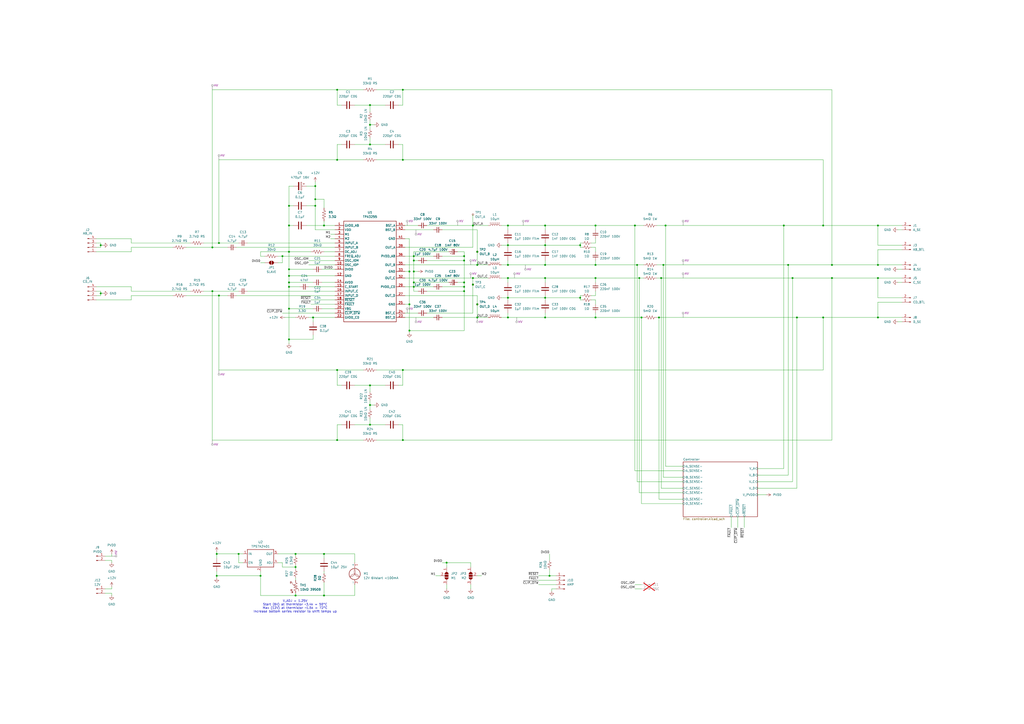
<source format=kicad_sch>
(kicad_sch (version 20231120) (generator "eeschema") (generator_version "8.0")
  (paper "A2")
  (junction (at 274.32 165.1))
  (junction (at 167.64 163.83))
  (junction (at 276.86 176.53))
  (junction (at 482.6 161.29))
  (junction (at 477.52 184.15))
  (junction (at 345.44 161.29))
  (junction (at 195.58 214.63))
  (junction (at 237.49 191.77))
  (junction (at 195.58 52.07))
  (junction (at 294.64 172.72))
  (junction (at 482.6 153.67))
  (junction (at 167.64 179.07))
  (junction (at 167.64 156.21))
  (junction (at 384.81 153.67))
  (junction (at 240.03 166.37))
  (junction (at 294.64 130.81))
  (junction (at 138.43 321.31))
  (junction (at 240.03 163.83))
  (junction (at 369.57 153.67))
  (junction (at 171.45 321.31))
  (junction (at 274.32 161.29))
  (junction (at 167.64 160.02))
  (junction (at 382.27 184.15))
  (junction (at 276.86 146.05))
  (junction (at 182.88 115.57))
  (junction (at 171.45 345.44))
  (junction (at 276.86 184.15))
  (junction (at 58.42 170.18))
  (junction (at 370.84 161.29))
  (junction (at 276.86 153.67))
  (junction (at 316.23 172.72))
  (junction (at 269.24 148.59))
  (junction (at 125.73 334.01))
  (junction (at 167.64 130.81))
  (junction (at 240.03 148.59))
  (junction (at 316.23 130.81))
  (junction (at 123.19 143.51))
  (junction (at 457.2 153.67))
  (junction (at 123.19 168.91))
  (junction (at 182.88 107.95))
  (junction (at 237.49 176.53))
  (junction (at 259.08 326.39))
  (junction (at 269.24 151.13))
  (junction (at 316.23 184.15))
  (junction (at 187.96 345.44))
  (junction (at 477.52 130.81))
  (junction (at 195.58 255.27))
  (junction (at 383.54 161.29))
  (junction (at 195.58 92.71))
  (junction (at 274.32 130.81))
  (junction (at 294.64 142.24))
  (junction (at 167.64 119.38))
  (junction (at 233.68 52.07))
  (junction (at 214.63 223.52))
  (junction (at 316.23 153.67))
  (junction (at 372.11 184.15))
  (junction (at 214.63 72.39))
  (junction (at 316.23 161.29))
  (junction (at 187.96 130.81))
  (junction (at 269.24 168.91))
  (junction (at 181.61 184.15))
  (junction (at 294.64 161.29))
  (junction (at 345.44 184.15))
  (junction (at 318.77 334.01))
  (junction (at 151.13 334.01))
  (junction (at 214.63 246.38))
  (junction (at 167.64 166.37))
  (junction (at 509.27 130.81))
  (junction (at 167.64 146.05))
  (junction (at 171.45 328.93))
  (junction (at 509.27 153.67))
  (junction (at 509.27 161.29))
  (junction (at 294.64 153.67))
  (junction (at 58.42 142.24))
  (junction (at 294.64 184.15))
  (junction (at 214.63 234.95))
  (junction (at 316.23 142.24))
  (junction (at 345.44 130.81))
  (junction (at 269.24 163.83))
  (junction (at 240.03 151.13))
  (junction (at 127 171.45))
  (junction (at 167.64 196.85))
  (junction (at 509.27 184.15))
  (junction (at 345.44 153.67))
  (junction (at 233.68 92.71))
  (junction (at 269.24 166.37))
  (junction (at 214.63 60.96))
  (junction (at 237.49 157.48))
  (junction (at 459.74 161.29))
  (junction (at 240.03 157.48))
  (junction (at 336.55 142.24))
  (junction (at 368.3 130.81))
  (junction (at 182.88 119.38))
  (junction (at 233.68 214.63))
  (junction (at 163.83 148.59))
  (junction (at 233.68 255.27))
  (junction (at 127 140.97))
  (junction (at 125.73 321.31))
  (junction (at 336.55 172.72))
  (junction (at 454.66 130.81))
  (junction (at 386.08 130.81))
  (junction (at 187.96 321.31))
  (junction (at 462.28 184.15))
  (junction (at 214.63 83.82))
  (wire (pts (xy 509.27 175.26) (xy 509.27 184.15)))
  (wire (pts (xy 55.88 138.43) (xy 76.2 138.43)))
  (wire (pts (xy 76.2 146.05) (xy 76.2 143.51)))
  (wire (pts (xy 127 140.97) (xy 138.43 140.97)))
  (wire (pts (xy 171.45 327.66) (xy 171.45 328.93)))
  (wire (pts (xy 76.2 171.45) (xy 76.2 173.99)))
  (wire (pts (xy 138.43 321.31) (xy 125.73 321.31)))
  (wire (pts (xy 233.68 214.63) (xy 477.52 214.63)))
  (wire (pts (xy 137.16 143.51) (xy 194.31 143.51)))
  (wire (pts (xy 163.83 152.4) (xy 163.83 148.59)))
  (wire (pts (xy 167.64 179.07) (xy 181.61 179.07)))
  (wire (pts (xy 210.82 214.63) (xy 195.58 214.63)))
  (wire (pts (xy 396.24 283.21) (xy 383.54 283.21)))
  (wire (pts (xy 64.77 341.63) (xy 64.77 340.36)))
  (wire (pts (xy 214.63 242.57) (xy 214.63 246.38)))
  (wire (pts (xy 187.96 146.05) (xy 194.31 146.05)))
  (wire (pts (xy 186.69 156.21) (xy 194.31 156.21)))
  (wire (pts (xy 273.05 339.09) (xy 273.05 341.63)))
  (wire (pts (xy 294.64 153.67) (xy 316.23 153.67)))
  (wire (pts (xy 181.61 184.15) (xy 181.61 186.69)))
  (wire (pts (xy 76.2 140.97) (xy 110.49 140.97)))
  (wire (pts (xy 274.32 161.29) (xy 274.32 165.1)))
  (wire (pts (xy 386.08 130.81) (xy 381 130.81)))
  (wire (pts (xy 294.64 161.29) (xy 316.23 161.29)))
  (wire (pts (xy 457.2 153.67) (xy 482.6 153.67)))
  (wire (pts (xy 274.32 143.51) (xy 274.32 130.81)))
  (wire (pts (xy 316.23 130.81) (xy 345.44 130.81)))
  (wire (pts (xy 179.07 184.15) (xy 181.61 184.15)))
  (wire (pts (xy 64.77 325.12) (xy 64.77 326.39)))
  (wire (pts (xy 439.42 287.02) (xy 444.5 287.02)))
  (wire (pts (xy 337.82 173.99) (xy 336.55 173.99)))
  (wire (pts (xy 345.44 161.29) (xy 370.84 161.29)))
  (wire (pts (xy 396.24 279.4) (xy 369.57 279.4)))
  (wire (pts (xy 523.24 175.26) (xy 509.27 175.26)))
  (wire (pts (xy 195.58 214.63) (xy 127 214.63)))
  (wire (pts (xy 55.88 173.99) (xy 76.2 173.99)))
  (wire (pts (xy 383.54 161.29) (xy 381 161.29)))
  (wire (pts (xy 383.54 283.21) (xy 383.54 161.29)))
  (wire (pts (xy 195.58 214.63) (xy 195.58 223.52)))
  (wire (pts (xy 137.16 171.45) (xy 194.31 171.45)))
  (wire (pts (xy 273.05 326.39) (xy 259.08 326.39)))
  (wire (pts (xy 167.64 119.38) (xy 167.64 130.81)))
  (wire (pts (xy 151.13 345.44) (xy 151.13 334.01)))
  (wire (pts (xy 218.44 214.63) (xy 233.68 214.63)))
  (wire (pts (xy 316.23 130.81) (xy 316.23 133.35)))
  (wire (pts (xy 382.27 184.15) (xy 382.27 289.56)))
  (wire (pts (xy 368.3 341.63) (xy 372.11 341.63)))
  (wire (pts (xy 274.32 181.61) (xy 247.65 181.61)))
  (wire (pts (xy 294.64 130.81) (xy 316.23 130.81)))
  (wire (pts (xy 167.64 166.37) (xy 173.99 166.37)))
  (wire (pts (xy 170.18 107.95) (xy 167.64 107.95)))
  (wire (pts (xy 163.83 181.61) (xy 194.31 181.61)))
  (wire (pts (xy 396.24 276.86) (xy 384.81 276.86)))
  (wire (pts (xy 214.63 69.85) (xy 214.63 72.39)))
  (wire (pts (xy 477.52 92.71) (xy 477.52 130.81)))
  (wire (pts (xy 180.34 173.99) (xy 194.31 173.99)))
  (wire (pts (xy 234.95 176.53) (xy 237.49 176.53)))
  (wire (pts (xy 187.96 345.44) (xy 205.74 345.44)))
  (wire (pts (xy 269.24 168.91) (xy 269.24 191.77)))
  (wire (pts (xy 177.8 107.95) (xy 182.88 107.95)))
  (wire (pts (xy 294.64 142.24) (xy 316.23 142.24)))
  (wire (pts (xy 177.8 130.81) (xy 187.96 130.81)))
  (wire (pts (xy 205.74 246.38) (xy 214.63 246.38)))
  (wire (pts (xy 60.96 325.12) (xy 64.77 325.12)))
  (wire (pts (xy 345.44 181.61) (xy 345.44 184.15)))
  (wire (pts (xy 316.23 161.29) (xy 345.44 161.29)))
  (wire (pts (xy 240.03 148.59) (xy 240.03 151.13)))
  (wire (pts (xy 316.23 181.61) (xy 316.23 184.15)))
  (wire (pts (xy 210.82 52.07) (xy 195.58 52.07)))
  (wire (pts (xy 234.95 161.29) (xy 274.32 161.29)))
  (wire (pts (xy 195.58 246.38) (xy 195.58 255.27)))
  (wire (pts (xy 316.23 142.24) (xy 316.23 143.51)))
  (wire (pts (xy 234.95 153.67) (xy 276.86 153.67)))
  (wire (pts (xy 276.86 176.53) (xy 276.86 184.15)))
  (wire (pts (xy 509.27 161.29) (xy 523.24 161.29)))
  (wire (pts (xy 179.07 151.13) (xy 194.31 151.13)))
  (wire (pts (xy 195.58 60.96) (xy 198.12 60.96)))
  (wire (pts (xy 167.64 160.02) (xy 194.31 160.02)))
  (wire (pts (xy 76.2 168.91) (xy 110.49 168.91)))
  (wire (pts (xy 214.63 60.96) (xy 214.63 64.77)))
  (wire (pts (xy 370.84 161.29) (xy 373.38 161.29)))
  (wire (pts (xy 345.44 153.67) (xy 369.57 153.67)))
  (wire (pts (xy 214.63 246.38) (xy 223.52 246.38)))
  (wire (pts (xy 237.49 138.43) (xy 237.49 157.48)))
  (wire (pts (xy 127 214.63) (xy 127 171.45)))
  (wire (pts (xy 58.42 140.97) (xy 58.42 142.24)))
  (wire (pts (xy 260.35 146.05) (xy 240.03 146.05)))
  (wire (pts (xy 345.44 130.81) (xy 345.44 133.35)))
  (wire (pts (xy 477.52 214.63) (xy 477.52 184.15)))
  (wire (pts (xy 181.61 184.15) (xy 194.31 184.15)))
  (wire (pts (xy 195.58 52.07) (xy 195.58 60.96)))
  (wire (pts (xy 151.13 146.05) (xy 167.64 146.05)))
  (wire (pts (xy 167.64 146.05) (xy 180.34 146.05)))
  (wire (pts (xy 274.32 130.81) (xy 283.21 130.81)))
  (wire (pts (xy 233.68 52.07) (xy 482.6 52.07)))
  (wire (pts (xy 294.64 130.81) (xy 294.64 133.35)))
  (wire (pts (xy 127 92.71) (xy 127 140.97)))
  (wire (pts (xy 205.74 60.96) (xy 214.63 60.96)))
  (wire (pts (xy 161.29 148.59) (xy 163.83 148.59)))
  (wire (pts (xy 384.81 276.86) (xy 384.81 153.67)))
  (wire (pts (xy 240.03 146.05) (xy 240.03 148.59)))
  (wire (pts (xy 186.69 163.83) (xy 194.31 163.83)))
  (wire (pts (xy 345.44 130.81) (xy 368.3 130.81)))
  (wire (pts (xy 336.55 143.51) (xy 336.55 142.24)))
  (wire (pts (xy 233.68 92.71) (xy 218.44 92.71)))
  (wire (pts (xy 372.11 292.1) (xy 372.11 184.15)))
  (wire (pts (xy 259.08 339.09) (xy 259.08 341.63)))
  (wire (pts (xy 439.42 271.78) (xy 454.66 271.78)))
  (wire (pts (xy 368.3 339.09) (xy 372.11 339.09)))
  (wire (pts (xy 240.03 151.13) (xy 240.03 157.48)))
  (wire (pts (xy 294.64 142.24) (xy 294.64 143.51)))
  (wire (pts (xy 214.63 80.01) (xy 214.63 83.82)))
  (wire (pts (xy 237.49 191.77) (xy 237.49 193.04)))
  (wire (pts (xy 294.64 161.29) (xy 294.64 163.83)))
  (wire (pts (xy 294.64 184.15) (xy 290.83 184.15)))
  (wire (pts (xy 180.34 176.53) (xy 194.31 176.53)))
  (wire (pts (xy 214.63 223.52) (xy 223.52 223.52)))
  (wire (pts (xy 509.27 130.81) (xy 523.24 130.81)))
  (wire (pts (xy 214.63 223.52) (xy 214.63 227.33)))
  (wire (pts (xy 55.88 166.37) (xy 76.2 166.37)))
  (wire (pts (xy 123.19 52.07) (xy 123.19 143.51)))
  (wire (pts (xy 64.77 344.17) (xy 64.77 345.44)))
  (wire (pts (xy 247.65 151.13) (xy 269.24 151.13)))
  (wire (pts (xy 143.51 168.91) (xy 194.31 168.91)))
  (wire (pts (xy 368.3 273.05) (xy 368.3 130.81)))
  (wire (pts (xy 55.88 168.91) (xy 58.42 168.91)))
  (wire (pts (xy 182.88 115.57) (xy 182.88 119.38)))
  (wire (pts (xy 520.7 156.21) (xy 523.24 156.21)))
  (wire (pts (xy 205.74 326.39) (xy 205.74 321.31)))
  (wire (pts (xy 247.65 130.81) (xy 274.32 130.81)))
  (wire (pts (xy 290.83 161.29) (xy 294.64 161.29)))
  (wire (pts (xy 312.42 339.09) (xy 322.58 339.09)))
  (wire (pts (xy 345.44 168.91) (xy 345.44 171.45)))
  (wire (pts (xy 523.24 172.72) (xy 509.27 172.72)))
  (wire (pts (xy 107.95 171.45) (xy 127 171.45)))
  (wire (pts (xy 237.49 176.53) (xy 237.49 191.77)))
  (wire (pts (xy 345.44 153.67) (xy 345.44 151.13)))
  (wire (pts (xy 482.6 153.67) (xy 509.27 153.67)))
  (wire (pts (xy 181.61 196.85) (xy 181.61 194.31)))
  (wire (pts (xy 171.45 335.28) (xy 171.45 336.55)))
  (wire (pts (xy 320.04 341.63) (xy 320.04 342.9)))
  (wire (pts (xy 345.44 140.97) (xy 345.44 138.43)))
  (wire (pts (xy 369.57 279.4) (xy 369.57 153.67)))
  (wire (pts (xy 247.65 168.91) (xy 269.24 168.91)))
  (wire (pts (xy 187.96 337.82) (xy 187.96 345.44)))
  (wire (pts (xy 345.44 161.29) (xy 345.44 163.83)))
  (wire (pts (xy 439.42 283.21) (xy 462.28 283.21)))
  (wire (pts (xy 312.42 334.01) (xy 318.77 334.01)))
  (wire (pts (xy 509.27 144.78) (xy 509.27 153.67)))
  (wire (pts (xy 161.29 326.39) (xy 163.83 326.39)))
  (wire (pts (xy 58.42 168.91) (xy 58.42 170.18)))
  (wire (pts (xy 125.73 334.01) (xy 125.73 331.47)))
  (wire (pts (xy 345.44 184.15) (xy 372.11 184.15)))
  (wire (pts (xy 274.32 161.29) (xy 283.21 161.29)))
  (wire (pts (xy 167.64 130.81) (xy 167.64 146.05)))
  (wire (pts (xy 123.19 168.91) (xy 138.43 168.91)))
  (wire (pts (xy 276.86 133.35) (xy 256.54 133.35)))
  (wire (pts (xy 520.7 133.35) (xy 523.24 133.35)))
  (wire (pts (xy 233.68 60.96) (xy 231.14 60.96)))
  (wire (pts (xy 242.57 157.48) (xy 240.03 157.48)))
  (wire (pts (xy 167.64 156.21) (xy 181.61 156.21)))
  (wire (pts (xy 294.64 172.72) (xy 316.23 172.72)))
  (wire (pts (xy 214.63 234.95) (xy 217.17 234.95)))
  (wire (pts (xy 240.03 166.37) (xy 251.46 166.37)))
  (wire (pts (xy 187.96 115.57) (xy 182.88 115.57)))
  (wire (pts (xy 218.44 52.07) (xy 233.68 52.07)))
  (wire (pts (xy 151.13 152.4) (xy 153.67 152.4)))
  (wire (pts (xy 520.7 186.69) (xy 523.24 186.69)))
  (wire (pts (xy 276.86 171.45) (xy 276.86 176.53)))
  (wire (pts (xy 294.64 181.61) (xy 294.64 184.15)))
  (wire (pts (xy 187.96 130.81) (xy 194.31 130.81)))
  (wire (pts (xy 396.24 273.05) (xy 368.3 273.05)))
  (wire (pts (xy 316.23 142.24) (xy 336.55 142.24)))
  (wire (pts (xy 342.9 140.97) (xy 345.44 140.97)))
  (wire (pts (xy 187.96 321.31) (xy 205.74 321.31)))
  (wire (pts (xy 316.23 151.13) (xy 316.23 153.67)))
  (wire (pts (xy 240.03 148.59) (xy 251.46 148.59)))
  (wire (pts (xy 276.86 184.15) (xy 256.54 184.15)))
  (wire (pts (xy 138.43 326.39) (xy 140.97 326.39)))
  (wire (pts (xy 167.64 130.81) (xy 170.18 130.81)))
  (wire (pts (xy 64.77 322.58) (xy 64.77 321.31)))
  (wire (pts (xy 509.27 153.67) (xy 523.24 153.67)))
  (wire (pts (xy 171.45 344.17) (xy 171.45 345.44)))
  (wire (pts (xy 345.44 173.99) (xy 342.9 173.99)))
  (wire (pts (xy 345.44 176.53) (xy 345.44 173.99)))
  (wire (pts (xy 187.96 128.27) (xy 187.96 130.81)))
  (wire (pts (xy 523.24 142.24) (xy 509.27 142.24)))
  (wire (pts (xy 368.3 130.81) (xy 373.38 130.81)))
  (wire (pts (xy 509.27 142.24) (xy 509.27 130.81)))
  (wire (pts (xy 167.64 163.83) (xy 181.61 163.83)))
  (wire (pts (xy 233.68 214.63) (xy 233.68 223.52)))
  (wire (pts (xy 260.35 163.83) (xy 240.03 163.83)))
  (wire (pts (xy 233.68 255.27) (xy 218.44 255.27)))
  (wire (pts (xy 58.42 143.51) (xy 58.42 142.24)))
  (wire (pts (xy 259.08 326.39) (xy 259.08 328.93)))
  (wire (pts (xy 482.6 161.29) (xy 509.27 161.29)))
  (wire (pts (xy 234.95 143.51) (xy 274.32 143.51)))
  (wire (pts (xy 118.11 168.91) (xy 123.19 168.91)))
  (wire (pts (xy 523.24 144.78) (xy 509.27 144.78)))
  (wire (pts (xy 439.42 275.59) (xy 457.2 275.59)))
  (wire (pts (xy 163.83 328.93) (xy 171.45 328.93)))
  (wire (pts (xy 384.81 153.67) (xy 381 153.67)))
  (wire (pts (xy 171.45 345.44) (xy 151.13 345.44)))
  (wire (pts (xy 151.13 148.59) (xy 151.13 146.05)))
  (wire (pts (xy 107.95 143.51) (xy 123.19 143.51)))
  (wire (pts (xy 171.45 328.93) (xy 171.45 330.2)))
  (wire (pts (xy 151.13 331.47) (xy 151.13 334.01)))
  (wire (pts (xy 177.8 119.38) (xy 182.88 119.38)))
  (wire (pts (xy 269.24 166.37) (xy 269.24 168.91)))
  (wire (pts (xy 234.95 166.37) (xy 240.03 166.37)))
  (wire (pts (xy 234.95 130.81) (xy 242.57 130.81)))
  (wire (pts (xy 167.64 196.85) (xy 167.64 199.39)))
  (wire (pts (xy 195.58 83.82) (xy 195.58 92.71)))
  (wire (pts (xy 214.63 60.96) (xy 223.52 60.96)))
  (wire (pts (xy 294.64 172.72) (xy 294.64 173.99)))
  (wire (pts (xy 316.23 161.29) (xy 316.23 163.83)))
  (wire (pts (xy 265.43 146.05) (xy 269.24 146.05)))
  (wire (pts (xy 318.77 321.31) (xy 318.77 325.12)))
  (wire (pts (xy 318.77 334.01) (xy 322.58 334.01)))
  (wire (pts (xy 345.44 184.15) (xy 316.23 184.15)))
  (wire (pts (xy 509.27 172.72) (xy 509.27 161.29)))
  (wire (pts (xy 462.28 184.15) (xy 477.52 184.15)))
  (wire (pts (xy 290.83 153.67) (xy 294.64 153.67)))
  (wire (pts (xy 167.64 119.38) (xy 170.18 119.38)))
  (wire (pts (xy 290.83 172.72) (xy 294.64 172.72)))
  (wire (pts (xy 477.52 130.81) (xy 509.27 130.81)))
  (wire (pts (xy 182.88 105.41) (xy 182.88 107.95)))
  (wire (pts (xy 187.96 331.47) (xy 187.96 332.74)))
  (wire (pts (xy 76.2 143.51) (xy 100.33 143.51)))
  (wire (pts (xy 231.14 246.38) (xy 233.68 246.38)))
  (wire (pts (xy 233.68 92.71) (xy 477.52 92.71)))
  (wire (pts (xy 76.2 166.37) (xy 76.2 168.91)))
  (wire (pts (xy 60.96 344.17) (xy 64.77 344.17)))
  (wire (pts (xy 151.13 334.01) (xy 125.73 334.01)))
  (wire (pts (xy 240.03 148.59) (xy 234.95 148.59)))
  (wire (pts (xy 167.64 160.02) (xy 167.64 163.83)))
  (wire (pts (xy 171.45 321.31) (xy 187.96 321.31)))
  (wire (pts (xy 477.52 184.15) (xy 509.27 184.15)))
  (wire (pts (xy 167.64 156.21) (xy 167.64 160.02)))
  (wire (pts (xy 167.64 179.07) (xy 167.64 196.85)))
  (wire (pts (xy 55.88 140.97) (xy 58.42 140.97)))
  (wire (pts (xy 439.42 279.4) (xy 459.74 279.4)))
  (wire (pts (xy 454.66 271.78) (xy 454.66 130.81)))
  (wire (pts (xy 459.74 279.4) (xy 459.74 161.29)))
  (wire (pts (xy 316.23 153.67) (xy 345.44 153.67)))
  (wire (pts (xy 336.55 142.24) (xy 336.55 140.97)))
  (wire (pts (xy 234.95 181.61) (xy 242.57 181.61)))
  (wire (pts (xy 462.28 283.21) (xy 462.28 184.15)))
  (wire (pts (xy 233.68 255.27) (xy 482.6 255.27)))
  (wire (pts (xy 234.95 133.35) (xy 251.46 133.35)))
  (wire (pts (xy 294.64 140.97) (xy 294.64 142.24)))
  (wire (pts (xy 191.77 138.43) (xy 194.31 138.43)))
  (wire (pts (xy 342.9 143.51) (xy 345.44 143.51)))
  (wire (pts (xy 195.58 223.52) (xy 198.12 223.52)))
  (wire (pts (xy 195.58 92.71) (xy 127 92.71)))
  (wire (pts (xy 163.83 326.39) (xy 163.83 328.93)))
  (wire (pts (xy 240.03 166.37) (xy 240.03 163.83)))
  (wire (pts (xy 336.55 171.45) (xy 337.82 171.45)))
  (wire (pts (xy 276.86 153.67) (xy 283.21 153.67)))
  (wire (pts (xy 182.88 119.38) (xy 182.88 133.35)))
  (wire (pts (xy 161.29 152.4) (xy 163.83 152.4)))
  (wire (pts (xy 205.74 339.09) (xy 205.74 345.44)))
  (wire (pts (xy 274.32 124.46) (xy 274.32 130.81)))
  (wire (pts (xy 240.03 168.91) (xy 240.03 166.37)))
  (wire (pts (xy 336.55 172.72) (xy 336.55 171.45)))
  (wire (pts (xy 269.24 191.77) (xy 237.49 191.77)))
  (wire (pts (xy 167.64 196.85) (xy 181.61 196.85)))
  (wire (pts (xy 140.97 321.31) (xy 138.43 321.31)))
  (wire (pts (xy 171.45 345.44) (xy 187.96 345.44)))
  (wire (pts (xy 233.68 52.07) (xy 233.68 60.96)))
  (wire (pts (xy 316.23 171.45) (xy 316.23 172.72)))
  (wire (pts (xy 265.43 163.83) (xy 269.24 163.83)))
  (wire (pts (xy 58.42 170.18) (xy 58.42 171.45)))
  (wire (pts (xy 198.12 83.82) (xy 195.58 83.82)))
  (wire (pts (xy 240.03 151.13) (xy 242.57 151.13)))
  (wire (pts (xy 274.32 165.1) (xy 274.32 181.61)))
  (wire (pts (xy 242.57 168.91) (xy 240.03 168.91)))
  (wire (pts (xy 55.88 171.45) (xy 58.42 171.45)))
  (wire (pts (xy 138.43 321.31) (xy 138.43 326.39)))
  (wire (pts (xy 214.63 72.39) (xy 217.17 72.39)))
  (wire (pts (xy 186.69 179.07) (xy 194.31 179.07)))
  (wire (pts (xy 167.64 107.95) (xy 167.64 119.38)))
  (wire (pts (xy 316.23 172.72) (xy 316.23 173.99)))
  (wire (pts (xy 276.86 133.35) (xy 276.86 146.05)))
  (wire (pts (xy 60.96 341.63) (xy 64.77 341.63)))
  (wire (pts (xy 482.6 52.07) (xy 482.6 153.67)))
  (wire (pts (xy 167.64 163.83) (xy 167.64 166.37)))
  (wire (pts (xy 234.95 184.15) (xy 251.46 184.15)))
  (wire (pts (xy 55.88 146.05) (xy 76.2 146.05)))
  (wire (pts (xy 462.28 184.15) (xy 382.27 184.15)))
  (wire (pts (xy 252.73 334.01) (xy 255.27 334.01)))
  (wire (pts (xy 269.24 148.59) (xy 269.24 151.13)))
  (wire (pts (xy 182.88 133.35) (xy 194.31 133.35)))
  (wire (pts (xy 143.51 140.97) (xy 194.31 140.97)))
  (wire (pts (xy 276.86 334.01) (xy 279.4 334.01)))
  (wire (pts (xy 58.42 170.18) (xy 59.69 170.18)))
  (wire (pts (xy 179.07 166.37) (xy 194.31 166.37)))
  (wire (pts (xy 482.6 255.27) (xy 482.6 161.29)))
  (wire (pts (xy 276.86 146.05) (xy 276.86 153.67)))
  (wire (pts (xy 195.58 92.71) (xy 210.82 92.71)))
  (wire (pts (xy 336.55 140.97) (xy 337.82 140.97)))
  (wire (pts (xy 161.29 321.31) (xy 171.45 321.31)))
  (wire (pts (xy 187.96 323.85) (xy 187.96 321.31)))
  (wire (pts (xy 179.07 153.67) (xy 194.31 153.67)))
  (wire (pts (xy 345.44 143.51) (xy 345.44 146.05)))
  (wire (pts (xy 316.23 184.15) (xy 294.64 184.15)))
  (wire (pts (xy 240.03 157.48) (xy 240.03 163.83)))
  (wire (pts (xy 182.88 107.95) (xy 182.88 115.57)))
  (wire (pts (xy 123.19 143.51) (xy 132.08 143.51)))
  (wire (pts (xy 231.14 83.82) (xy 233.68 83.82)))
  (wire (pts (xy 58.42 142.24) (xy 59.69 142.24)))
  (wire (pts (xy 386.08 270.51) (xy 386.08 130.81)))
  (wire (pts (xy 118.11 140.97) (xy 127 140.97)))
  (wire (pts (xy 167.64 166.37) (xy 167.64 179.07)))
  (wire (pts (xy 322.58 341.63) (xy 320.04 341.63)))
  (wire (pts (xy 336.55 173.99) (xy 336.55 172.72)))
  (wire (pts (xy 520.7 163.83) (xy 523.24 163.83)))
  (wire (pts (xy 454.66 130.81) (xy 477.52 130.81)))
  (wire (pts (xy 198.12 246.38) (xy 195.58 246.38)))
  (wire (pts (xy 457.2 153.67) (xy 384.81 153.67)))
  (wire (pts (xy 127 171.45) (xy 132.08 171.45)))
  (wire (pts (xy 125.73 320.04) (xy 125.73 321.31)))
  (wire (pts (xy 427.99 299.72) (xy 427.99 306.07)))
  (wire (pts (xy 454.66 130.81) (xy 386.08 130.81)))
  (wire (pts (xy 273.05 328.93) (xy 273.05 326.39)))
  (wire (pts (xy 234.95 157.48) (xy 237.49 157.48)))
  (wire (pts (xy 276.86 184.15) (xy 283.21 184.15)))
  (wire (pts (xy 214.63 72.39) (xy 214.63 74.93)))
  (wire (pts (xy 233.68 246.38) (xy 233.68 255.27)))
  (wire (pts (xy 233.68 83.82) (xy 233.68 92.71)))
  (wire (pts (xy 171.45 321.31) (xy 171.45 322.58)))
  (wire (pts (xy 424.18 299.72) (xy 424.18 306.07)))
  (wire (pts (xy 256.54 326.39) (xy 259.08 326.39)))
  (wire (pts (xy 167.64 146.05) (xy 167.64 156.21)))
  (wire (pts (xy 396.24 292.1) (xy 372.11 292.1)))
  (wire (pts (xy 55.88 143.51) (xy 58.42 143.51)))
  (wire (pts (xy 369.57 153.67) (xy 373.38 153.67)))
  (wire (pts (xy 294.64 151.13) (xy 294.64 153.67)))
  (wire (pts (xy 370.84 285.75) (xy 370.84 161.29)))
  (wire (pts (xy 316.23 140.97) (xy 316.23 142.24)))
  (wire (pts (xy 256.54 148.59) (xy 269.24 148.59)))
  (wire (pts (xy 509.27 184.15) (xy 523.24 184.15)))
  (wire (pts (xy 396.24 270.51) (xy 386.08 270.51)))
  (wire (pts (xy 396.24 285.75) (xy 370.84 285.75)))
  (wire (pts (xy 187.96 120.65) (xy 187.96 115.57)))
  (wire (pts (xy 76.2 138.43) (xy 76.2 140.97)))
  (wire (pts (xy 237.49 157.48) (xy 237.49 176.53)))
  (wire (pts (xy 459.74 161.29) (xy 383.54 161.29)))
  (wire (pts (xy 345.44 171.45) (xy 342.9 171.45)))
  (wire (pts (xy 125.73 334.01) (xy 125.73 335.28)))
  (wire (pts (xy 60.96 322.58) (xy 64.77 322.58)))
  (wire (pts (xy 163.83 148.59) (xy 194.31 148.59)))
  (wire (pts (xy 205.74 83.82) (xy 214.63 83.82)))
  (wire (pts (xy 290.83 130.81) (xy 294.64 130.81)))
  (wire (pts (xy 269.24 146.05) (xy 269.24 148.59)))
  (wire (pts (xy 459.74 161.29) (xy 482.6 161.29)))
  (wire (pts (xy 205.74 223.52) (xy 214.63 223.52)))
  (wire (pts (xy 457.2 275.59) (xy 457.2 153.67)))
  (wire (pts (xy 234.95 138.43) (xy 237.49 138.43)))
  (wire (pts (xy 100.33 171.45) (xy 76.2 171.45)))
  (wire (pts (xy 214.63 234.95) (xy 214.63 237.49)))
  (wire (pts (xy 372.11 184.15) (xy 373.38 184.15)))
  (wire (pts (xy 431.8 299.72) (xy 431.8 306.07)))
  (wire (pts (xy 125.73 321.31) (xy 125.73 323.85)))
  (wire (pts (xy 290.83 142.24) (xy 294.64 142.24)))
  (wire (pts (xy 214.63 83.82) (xy 223.52 83.82)))
  (wire (pts (xy 191.77 135.89) (xy 194.31 135.89)))
  (wire (pts (xy 294.64 171.45) (xy 294.64 172.72)))
  (wire (pts (xy 318.77 330.2) (xy 318.77 334.01)))
  (wire (pts (xy 316.23 172.72) (xy 336.55 172.72)))
  (wire (pts (xy 337.82 143.51) (xy 336.55 143.51)))
  (wire (pts (xy 256.54 166.37) (xy 269.24 166.37)))
  (wire (pts (xy 234.95 171.45) (xy 276.86 171.45)))
  (wire (pts (xy 233.68 223.52) (xy 231.14 223.52)))
  (wire (pts (xy 153.67 148.59) (xy 151.13 148.59)))
  (wire (pts (xy 123.19 168.91) (xy 123.19 255.27)))
  (wire (pts (xy 312.42 336.55) (xy 322.58 336.55)))
  (wire (pts (xy 195.58 255.27) (xy 210.82 255.27)))
  (wire (pts (xy 269.24 151.13) (xy 269.24 163.83)))
  (wire (pts (xy 269.24 163.83) (xy 269.24 166.37)))
  (wire (pts (xy 214.63 232.41) (xy 214.63 234.95)))
  (wire (pts (xy 382.27 289.56) (xy 396.24 289.56)))
  (wire (pts (xy 195.58 255.27) (xy 123.19 255.27)))
  (wire (pts (xy 195.58 52.07) (xy 123.19 52.07)))
  (wire (pts (xy 165.1 184.15) (xy 171.45 184.15)))
  (wire (pts (xy 381 184.15) (xy 382.27 184.15)))
  (text "V_ADJ = 1.25V\nStart (6V) at thermistor ~3.4k = 50°C\nMax (12V) at thermistor ~1.5k = 72°C\nIncrease bottom series resistor to shift temps up" (at 171.196 351.79 0) (effects (font (size 1.27 1.27))))
  (label "OUT_A" (at 274.32 130.81 0))
  (label "OSC_IOM" (at 368.3 341.63 180))
  (label "M2" (at 191.77 138.43 180))
  (label "OSC_IOP" (at 368.3 339.09 180))
  (label "DVDD" (at 318.77 321.31 180))
  (label "~{RESET}" (at 312.42 334.01 180))
  (label "M1" (at 191.77 135.89 180))
  (label "~{FAULT}" (at 180.34 176.53 180))
  (label "OUT_B" (at 276.86 153.67 0))
  (label "~{CLIP_OTW}" (at 427.99 306.07 270))
  (label "OSC_IOM" (at 179.07 151.13 180))
  (label "~{CLIP_OTW}" (at 312.42 339.09 180))
  (label "OUT_C" (at 276.86 161.29 0))
  (label "~{RESET}" (at 180.34 173.99 180))
  (label "DVDD" (at 193.04 156.21 180))
  (label "DVDD" (at 256.54 326.39 180))
  (label "OSC_IOP" (at 179.07 153.67 180))
  (label "M2" (at 279.4 334.01 0))
  (label "~{CLIP_OTW}" (at 163.83 181.61 180))
  (label "M1" (at 252.73 334.01 180))
  (label "~{RESET}" (at 431.8 306.07 270))
  (label "DVDD" (at 151.13 152.4 180))
  (label "~{FAULT}" (at 312.42 336.55 180))
  (label "~{FAULT}" (at 424.18 306.07 270))
  (label "OUT_D" (at 276.86 184.15 0))
  (netclass_flag "" (length 2.54) (shape round) (at 396.24 130.81 0) (property "Netclass" "HV" (at 396.9385 128.27 0) (effects (font (italic yes)) (justify left))))
  (netclass_flag "" (length 2.54) (shape round) (at 127 214.63 180) (property "Netclass" "HV" (at 127.6985 217.17 0) (effects (font (italic yes)) (justify left))))
  (netclass_flag "" (length 2.54) (shape round) (at 241.3 184.15 180) (property "Netclass" "HV" (at 241.9985 186.69 0) (effects (font (italic yes)) (justify left))))
  (netclass_flag "" (length 2.54) (shape round) (at 303.53 130.81 0) (property "Netclass" "HV" (at 304.2285 128.27 0) (effects (font (italic yes)) (justify left))))
  (netclass_flag "" (length 2.54) (shape round) (at 396.24 184.15 0) (property "Netclass" "HV" (at 396.9385 181.61 0) (effects (font (italic yes)) (justify left))))
  (netclass_flag "" (length 2.54) (shape round) (at 273.05 153.67 0) (property "Netclass" "HV" (at 273.7485 151.13 0) (effects (font (italic yes)) (justify left))))
  (netclass_flag "" (length 2.54) (shape round) (at 123.19 52.07 0) (property "Netclass" "HV" (at 123.8885 49.53 0) (effects (font (italic yes)) (justify left))))
  (netclass_flag "" (length 2.54) (shape round) (at 265.43 130.81 0) (property "Netclass" "HV" (at 266.1285 128.27 0) (effects (font (italic yes)) (justify left))))
  (netclass_flag "" (length 2.54) (shape round) (at 396.24 161.29 0) (property "Netclass" "HV" (at 396.9385 158.75 0) (effects (font (italic yes)) (justify left))))
  (netclass_flag "" (length 2.54) (shape round) (at 236.22 181.61 0) (property "Netclass" "HV" (at 236.9185 179.07 0) (effects (font (italic yes)) (justify left))))
  (netclass_flag "" (length 2.54) (shape round) (at 236.22 130.81 0) (property "Netclass" "HV" (at 236.9185 128.27 0) (effects (font (italic yes)) (justify left))))
  (netclass_flag "" (length 2.54) (shape round) (at 304.8 153.67 180) (property "Netclass" "HV" (at 305.4985 156.21 0) (effects (font (italic yes)) (justify left))))
  (netclass_flag "" (length 2.54) (shape round) (at 299.72 184.15 180) (property "Netclass" "HV" (at 300.4185 186.69 0) (effects (font (italic yes)) (justify left))))
  (netclass_flag "" (length 2.54) (shape round) (at 298.45 161.29 0) (property "Netclass" "HV" (at 299.1485 158.75 0) (effects (font (italic yes)) (justify left))))
  (netclass_flag "" (length 2.54) (shape round) (at 127 92.71 0) (property "Netclass" "HV" (at 127.6985 90.17 0) (effects (font (italic yes)) (justify left))))
  (netclass_flag "" (length 2.54) (shape round) (at 276.86 184.15 180) (property "Netclass" "HV" (at 277.5585 186.69 0) (effects (font (italic yes)) (justify left))))
  (netclass_flag "" (length 2.54) (shape round) (at 241.3 133.35 180) (property "Netclass" "HV" (at 241.9985 135.89 0) (effects (font (italic yes)) (justify left))))
  (netclass_flag "" (length 2.54) (shape round) (at 396.24 153.67 0) (property "Netclass" "HV" (at 396.9385 151.13 0) (effects (font (italic yes)) (justify left))))
  (netclass_flag "" (length 2.54) (shape round) (at 273.05 161.29 0) (property "Netclass" "HV" (at 273.7485 158.75 0) (effects (font (italic yes)) (justify left))))
  (netclass_flag "" (length 2.54) (shape round) (at 123.19 255.27 180) (property "Netclass" "HV" (at 123.8885 257.81 0) (effects (font (italic yes)) (justify left))))
  (netclass_flag "" (length 2.54) (shape round) (at 64.77 322.58 270) (property "Netclass" "HV" (at 67.31 321.8815 90) (effects (font (italic yes)) (justify left))))
  (symbol (lib_id "Jumper:SolderJumper_2_Open") (at 157.48 152.4 0) (unit 1) (exclude_from_sim yes) (in_bom no)
    (property "Reference" "JP1" (at 157.48 155.194 0))
    (property "Value" "SLAVE" (at 157.48 157.734 0))
    (property "Footprint" "Jumper:SolderJumper-2_P1.3mm_Open_RoundedPad1.0x1.5mm" (effects (hide yes)))
    (property "Description" "Solder Jumper, 2-pole, open" (effects (hide yes)))
  )
  (symbol (lib_id "Device:C_Small") (at 254 166.37 90) (unit 1)
    (property "Reference" "C25" (at 254.0063 160.02 90))
    (property "Value" "4.7µF 100V" (at 254.0063 162.56 90))
    (property "Footprint" "Capacitor_SMD:C_1206_3216Metric" (effects (hide yes)))
    (property "Description" "Unpolarized capacitor, small symbol" (effects (hide yes)))
  )
  (symbol (lib_id "Connector:Conn_01x02_Pin") (at 377.19 339.09 0) (mirror y) (unit 1) (dnp yes)
    (property "Reference" "J11" (at 378.46 339.0899 0) (effects (justify right)))
    (property "Value" "OSC" (at 378.46 341.6299 0) (effects (justify right)))
    (property "Footprint" "BW_Connectors:Amphenol_MINITEK_0.8_2P_V" (effects (hide yes)))
    (property "Description" "Generic connector, single row, 01x02, script generated" (effects (hide yes)))
  )
  (symbol (lib_id "power:+12V") (at 182.88 105.41 0) (unit 1)
    (property "Reference" "#PWR02" (effects (hide yes)))
    (property "Value" "+12V" (at 182.88 100.33 0))
    (property "Description" "Power symbol creates a global label with name \"+12V\"" (effects (hide yes)))
  )
  (symbol (lib_id "Device:C_Small") (at 140.97 140.97 90) (unit 1)
    (property "Reference" "C13" (at 140.9763 134.62 90))
    (property "Value" "4.7µF" (at 140.9763 137.16 90))
    (property "Footprint" "Capacitor_THT:C_Rect_L7.2mm_W7.2mm_P5.00mm_FKS2_FKP2_MKS2_MKP2" (effects (hide yes)))
    (property "Description" "Unpolarized capacitor, small symbol" (effects (hide yes)))
  )
  (symbol (lib_id "Device:R_US") (at 377.19 153.67 270) (unit 1)
    (property "Reference" "R13" (at 377.19 147.32 90))
    (property "Value" "5mΩ 1W" (at 377.19 149.86 90))
    (property "Footprint" "Resistor_SMD:R_0612_1632Metric" (effects (hide yes)))
    (property "Description" "Resistor, US symbol" (effects (hide yes)))
  )
  (symbol (lib_id "Device:C_Small") (at 184.15 179.07 90) (unit 1)
    (property "Reference" "C34" (at 184.1563 172.72 90))
    (property "Value" "1µF" (at 184.1563 175.26 90))
    (property "Footprint" "Capacitor_SMD:C_0603_1608Metric" (effects (hide yes)))
    (property "Description" "Unpolarized capacitor, small symbol" (effects (hide yes)))
  )
  (symbol (lib_id "power:GND") (at 520.7 163.83 270) (unit 1)
    (property "Reference" "#PWR08" (effects (hide yes)))
    (property "Value" "GND" (at 516.89 163.8299 90) (effects (justify right)))
    (property "Description" "Power symbol creates a global label with name \"GND\" , ground" (effects (hide yes)))
  )
  (symbol (lib_id "Device:C_Small") (at 134.62 143.51 90) (unit 1)
    (property "Reference" "C14" (at 134.6263 137.16 90))
    (property "Value" "4.7µF" (at 134.6263 139.7 90))
    (property "Footprint" "Capacitor_THT:C_Rect_L7.2mm_W7.2mm_P5.00mm_FKS2_FKP2_MKS2_MKP2" (effects (hide yes)))
    (property "Description" "Unpolarized capacitor, small symbol" (effects (hide yes)))
  )
  (symbol (lib_id "Device:C_Small") (at 245.11 181.61 90) (unit 1)
    (property "Reference" "C36" (at 245.1163 175.26 90))
    (property "Value" "33nF 100V" (at 245.1163 177.8 90))
    (property "Footprint" "Capacitor_SMD:C_0603_1608Metric" (effects (hide yes)))
    (property "Description" "Unpolarized capacitor, small symbol" (effects (hide yes)))
  )
  (symbol (lib_id "Device:C_Polarized_Small") (at 262.89 163.83 90) (unit 1)
    (property "Reference" "C23" (at 262.3439 157.48 90))
    (property "Value" "1mF 80V" (at 262.3439 160.02 90))
    (property "Footprint" "Capacitor_THT:CP_Radial_D16.0mm_P7.50mm" (effects (hide yes)))
    (property "Description" "Polarized capacitor, small symbol" (effects (hide yes)))
  )
  (symbol (lib_id "Device:R_Small_US") (at 340.36 140.97 270) (unit 1)
    (property "Reference" "R8" (at 340.36 135.89 90))
    (property "Value" "1Ω" (at 340.36 138.43 90))
    (property "Footprint" "Resistor_SMD:R_0603_1608Metric" (effects (hide yes)))
    (property "Description" "Resistor, small US symbol" (effects (hide yes)))
  )
  (symbol (lib_id "Device:C") (at 227.33 223.52 270) (unit 1)
    (property "Reference" "C40" (at 227.33 215.9 90))
    (property "Value" "220pF C0G" (at 227.33 218.44 90))
    (property "Footprint" "Capacitor_SMD:C_0603_1608Metric" (effects (hide yes)))
    (property "Description" "Unpolarized capacitor" (effects (hide yes)))
  )
  (symbol (lib_id "Device:R_US") (at 114.3 140.97 270) (unit 1)
    (property "Reference" "R7" (at 114.3 134.62 90))
    (property "Value" "2.7kΩ RS" (at 114.3 137.16 90))
    (property "Footprint" "Resistor_SMD:R_0805_2012Metric" (effects (hide yes)))
    (property "Description" "Resistor, US symbol" (effects (hide yes)))
  )
  (symbol (lib_id "Device:R_US") (at 104.14 171.45 270) (unit 1)
    (property "Reference" "R16" (at 104.14 165.1 90))
    (property "Value" "2.7kΩ RS" (at 104.14 167.64 90))
    (property "Footprint" "Resistor_SMD:R_0805_2012Metric" (effects (hide yes)))
    (property "Description" "Resistor, US symbol" (effects (hide yes)))
  )
  (symbol (lib_id "Device:R_US") (at 214.63 92.71 270) (unit 1)
    (property "Reference" "R4" (at 214.63 86.36 90))
    (property "Value" "33kΩ RS" (at 214.63 88.9 90))
    (property "Footprint" "Resistor_SMD:R_0805_2012Metric" (effects (hide yes)))
    (property "Description" "Resistor, US symbol" (effects (hide yes)))
  )
  (symbol (lib_id "Device:C_Small") (at 345.44 148.59 180) (unit 1)
    (property "Reference" "C19" (at 347.98 147.3135 0) (effects (justify right)))
    (property "Value" "220nF 100V" (at 347.98 149.8535 0) (effects (justify right)))
    (property "Footprint" "Capacitor_SMD:C_0805_2012Metric" (effects (hide yes)))
    (property "Description" "Unpolarized capacitor, small symbol" (effects (hide yes)))
  )
  (symbol (lib_id "Jumper:SolderJumper_3_Open") (at 273.05 334.01 90) (mirror x) (unit 1) (exclude_from_sim yes) (in_bom no)
    (property "Reference" "JP3" (at 270.51 332.7399 90) (effects (justify left)))
    (property "Value" "M2" (at 270.51 335.2799 90) (effects (justify left)))
    (property "Footprint" "Jumper:SolderJumper-3_P1.3mm_Open_RoundedPad1.0x1.5mm" (effects (hide yes)))
    (property "Description" "Solder Jumper, 3-pole, open" (effects (hide yes)))
  )
  (symbol (lib_id "power:+12V") (at 165.1 184.15 90) (unit 1)
    (property "Reference" "#PWR011" (effects (hide yes)))
    (property "Value" "+12V" (at 161.29 184.1499 90) (effects (justify left)))
    (property "Description" "Power symbol creates a global label with name \"+12V\"" (effects (hide yes)))
  )
  (symbol (lib_id "Device:R_Small_US") (at 340.36 143.51 270) (unit 1)
    (property "Reference" "R10" (at 340.36 146.05 90))
    (property "Value" "1Ω" (at 340.36 148.59 90))
    (property "Footprint" "Resistor_SMD:R_0603_1608Metric" (effects (hide yes)))
    (property "Description" "Resistor, small US symbol" (effects (hide yes)))
  )
  (symbol (lib_id "Device:C_Small") (at 176.53 166.37 90) (unit 1)
    (property "Reference" "C24" (at 176.5363 160.02 90))
    (property "Value" "47nF" (at 176.5363 162.56 90))
    (property "Footprint" "Capacitor_SMD:C_0603_1608Metric" (effects (hide yes)))
    (property "Description" "Unpolarized capacitor, small symbol" (effects (hide yes)))
  )
  (symbol (lib_id "Device:C") (at 201.93 223.52 270) (unit 1)
    (property "Reference" "C39" (at 201.93 215.9 90))
    (property "Value" "220pF C0G" (at 201.93 218.44 90))
    (property "Footprint" "Capacitor_SMD:C_0603_1608Metric" (effects (hide yes)))
    (property "Description" "Unpolarized capacitor" (effects (hide yes)))
  )
  (symbol (lib_id "Device:C_Small") (at 345.44 135.89 180) (unit 1)
    (property "Reference" "C10" (at 347.98 134.6135 0) (effects (justify right)))
    (property "Value" "220nF 100V" (at 347.98 137.1535 0) (effects (justify right)))
    (property "Footprint" "Capacitor_SMD:C_0805_2012Metric" (effects (hide yes)))
    (property "Description" "Unpolarized capacitor, small symbol" (effects (hide yes)))
  )
  (symbol (lib_id "power:VDD") (at 444.5 287.02 270) (unit 1)
    (property "Reference" "#PWR056" (effects (hide yes)))
    (property "Value" "PVDD" (at 448.31 287.0199 90) (effects (justify left)))
    (property "Description" "Power symbol creates a global label with name \"VDD\"" (effects (hide yes)))
  )
  (symbol (lib_id "power:GND") (at 217.17 234.95 90) (unit 1)
    (property "Reference" "#PWR015" (effects (hide yes)))
    (property "Value" "GND" (at 220.98 234.9499 90) (effects (justify right)))
    (property "Description" "Power symbol creates a global label with name \"GND\" , ground" (effects (hide yes)))
  )
  (symbol (lib_id "Device:R_Small_US") (at 318.77 327.66 0) (unit 1)
    (property "Reference" "R26" (at 313.69 327.66 90))
    (property "Value" "10kΩ" (at 316.23 327.66 90))
    (property "Footprint" "Resistor_SMD:R_0603_1608Metric" (effects (hide yes)))
    (property "Description" "Resistor, small US symbol" (effects (hide yes)))
  )
  (symbol (lib_id "power:GND") (at 290.83 142.24 270) (unit 1)
    (property "Reference" "#PWR05" (effects (hide yes)))
    (property "Value" "GND" (at 287.02 142.2399 90) (effects (justify right)))
    (property "Description" "Power symbol creates a global label with name \"GND\" , ground" (effects (hide yes)))
  )
  (symbol (lib_id "Device:R_US") (at 175.26 184.15 90) (unit 1)
    (property "Reference" "R19" (at 175.26 177.8 90))
    (property "Value" "3.3Ω" (at 175.26 180.34 90))
    (property "Footprint" "Resistor_SMD:R_0805_2012Metric" (effects (hide yes)))
    (property "Description" "Resistor, US symbol" (effects (hide yes)))
  )
  (symbol (lib_id "Device:C") (at 294.64 137.16 0) (unit 1)
    (property "Reference" "C11" (at 298.45 135.8899 0) (effects (justify left)))
    (property "Value" "1µF 100V Film" (at 298.45 138.4299 0) (effects (justify left)))
    (property "Footprint" "Capacitor_THT:C_Rect_L7.0mm_W6.0mm_P5.00mm" (effects (hide yes)))
    (property "Description" "Unpolarized capacitor" (effects (hide yes)))
  )
  (symbol (lib_id "Device:R_US") (at 184.15 146.05 270) (unit 1)
    (property "Reference" "R11" (at 184.15 139.7 90))
    (property "Value" "30kΩ" (at 184.15 142.24 90))
    (property "Footprint" "Resistor_SMD:R_0603_1608Metric" (effects (hide yes)))
    (property "Description" "Resistor, US symbol" (effects (hide yes)))
  )
  (symbol (lib_id "Device:R_US") (at 214.63 255.27 270) (unit 1)
    (property "Reference" "R24" (at 214.63 248.92 90))
    (property "Value" "33kΩ RS" (at 214.63 251.46 90))
    (property "Footprint" "Resistor_SMD:R_0805_2012Metric" (effects (hide yes)))
    (property "Description" "Resistor, US symbol" (effects (hide yes)))
  )
  (symbol (lib_id "Connector:Conn_01x02_Pin") (at 528.32 163.83 180) (unit 1)
    (property "Reference" "J5" (at 529.59 161.2899 0) (effects (justify right)))
    (property "Value" "C_SE" (at 529.59 163.8299 0) (effects (justify right)))
    (property "Footprint" "BW_Connectors:TE_MATE-N-LOK_1-770872-x_1x02_P4.14mm_Vertical" (effects (hide yes)))
    (property "Description" "Generic connector, single row, 01x02, script generated" (effects (hide yes)))
  )
  (symbol (lib_id "Device:C_Small") (at 245.11 151.13 90) (unit 1)
    (property "Reference" "C20" (at 245.1163 144.78 90))
    (property "Value" "1µF 100V" (at 245.1163 147.32 90))
    (property "Footprint" "Capacitor_SMD:C_1206_3216Metric" (effects (hide yes)))
    (property "Description" "Unpolarized capacitor, small symbol" (effects (hide yes)))
  )
  (symbol (lib_id "Device:R_Small_US") (at 187.96 335.28 0) (unit 1)
    (property "Reference" "R28" (at 182.88 335.28 90))
    (property "Value" "0Ω" (at 185.42 335.28 90))
    (property "Footprint" "Resistor_SMD:R_0603_1608Metric" (effects (hide yes)))
    (property "Description" "Resistor, small US symbol" (effects (hide yes)))
  )
  (symbol (lib_id "Device:R_Small_US") (at 214.63 240.03 0) (unit 1)
    (property "Reference" "R23" (at 209.55 240.03 90))
    (property "Value" "10kΩ LN" (at 212.09 240.03 90))
    (property "Footprint" "Resistor_SMD:R_0603_1608Metric" (effects (hide yes)))
    (property "Description" "Resistor, small US symbol" (effects (hide yes)))
  )
  (symbol (lib_id "power:GND") (at 520.7 186.69 270) (unit 1)
    (property "Reference" "#PWR012" (effects (hide yes)))
    (property "Value" "GND" (at 516.89 186.6899 90) (effects (justify right)))
    (property "Description" "Power symbol creates a global label with name \"GND\" , ground" (effects (hide yes)))
  )
  (symbol (lib_id "Device:C") (at 316.23 177.8 0) (unit 1)
    (property "Reference" "C33" (at 320.04 176.5299 0) (effects (justify left)))
    (property "Value" "1nF 100V C0G" (at 320.04 179.0699 0) (effects (justify left)))
    (property "Footprint" "Capacitor_SMD:C_0603_1608Metric" (effects (hide yes)))
    (property "Description" "Unpolarized capacitor" (effects (hide yes)))
  )
  (symbol (lib_id "BW_Active:TPA3255") (at 214.63 157.48 0) (unit 1)
    (property "Reference" "U1" (at 214.63 123.19 0))
    (property "Value" "TPA3255" (at 214.63 125.73 0))
    (property "Footprint" "BW_Active:HTSSOP-44_6.1x14mm_P0.635mm" (effects (hide yes)))
    (property "Datasheet" "https://www.ti.com/lit/ds/symlink/tpa3255.pdf" (effects (hide yes)))
    (property "Description" "Class D audio amplifier up to 600W into PBTL Mono" (effects (hide yes)))
  )
  (symbol (lib_id "Device:C") (at 294.64 177.8 0) (unit 1)
    (property "Reference" "C32" (at 298.45 176.5299 0) (effects (justify left)))
    (property "Value" "1µF 100V Film" (at 298.45 179.0699 0) (effects (justify left)))
    (property "Footprint" "Capacitor_THT:C_Rect_L7.0mm_W6.0mm_P5.00mm" (effects (hide yes)))
    (property "Description" "Unpolarized capacitor" (effects (hide yes)))
  )
  (symbol (lib_id "power:GND") (at 167.64 199.39 0) (unit 1)
    (property "Reference" "#PWR014" (effects (hide yes)))
    (property "Value" "GND" (at 167.64 204.47 0))
    (property "Description" "Power symbol creates a global label with name \"GND\" , ground" (effects (hide yes)))
  )
  (symbol (lib_id "Device:C") (at 227.33 83.82 270) (unit 1)
    (property "Reference" "C4" (at 227.33 76.2 90))
    (property "Value" "220pF C0G" (at 227.33 78.74 90))
    (property "Footprint" "Capacitor_SMD:C_0603_1608Metric" (effects (hide yes)))
    (property "Description" "Unpolarized capacitor" (effects (hide yes)))
  )
  (symbol (lib_id "power:GND") (at 64.77 345.44 0) (unit 1)
    (property "Reference" "#PWR024" (effects (hide yes)))
    (property "Value" "GND" (at 64.77 350.52 0))
    (property "Description" "Power symbol creates a global label with name \"GND\" , ground" (effects (hide yes)))
  )
  (symbol (lib_id "Connector:Conn_01x04_Pin") (at 50.8 143.51 0) (mirror x) (unit 1)
    (property "Reference" "J2" (at 50.8 133.35 0))
    (property "Value" "AB_IN" (at 50.8 135.382 0))
    (property "Footprint" "BW_Connectors:Amphenol_MINITEK_0.8_4P_V_BoardEdge" (effects (hide yes)))
    (property "Description" "Generic connector, single row, 01x04, script generated" (effects (hide yes)))
  )
  (symbol (lib_id "power:GND") (at 217.17 72.39 90) (unit 1)
    (property "Reference" "#PWR01" (effects (hide yes)))
    (property "Value" "GND" (at 220.98 72.3899 90) (effects (justify right)))
    (property "Description" "Power symbol creates a global label with name \"GND\" , ground" (effects (hide yes)))
  )
  (symbol (lib_id "Device:C") (at 201.93 246.38 270) (unit 1)
    (property "Reference" "C41" (at 201.93 238.76 90))
    (property "Value" "220pF C0G" (at 201.93 241.3 90))
    (property "Footprint" "Capacitor_SMD:C_0603_1608Metric" (effects (hide yes)))
    (property "Description" "Unpolarized capacitor" (effects (hide yes)))
  )
  (symbol (lib_id "Connector:Conn_01x02_Pin") (at 528.32 186.69 180) (unit 1)
    (property "Reference" "J8" (at 529.59 184.1499 0) (effects (justify right)))
    (property "Value" "D_SE" (at 529.59 186.6899 0) (effects (justify right)))
    (property "Footprint" "BW_Connectors:TE_MATE-N-LOK_1-770872-x_1x02_P4.14mm_Vertical" (effects (hide yes)))
    (property "Description" "Generic connector, single row, 01x02, script generated" (effects (hide yes)))
  )
  (symbol (lib_id "Device:L_Ferrite") (at 287.02 161.29 90) (unit 1)
    (property "Reference" "L3" (at 287.02 155.448 90))
    (property "Value" "10µH" (at 287.02 157.988 90))
    (property "Footprint" "BW_PassiveMechanical:L_ICE_1D17A" (effects (hide yes)))
    (property "Description" "Inductor with ferrite core" (effects (hide yes)))
  )
  (symbol (lib_id "power:GND") (at 520.7 156.21 270) (unit 1)
    (property "Reference" "#PWR06" (effects (hide yes)))
    (property "Value" "GND" (at 516.89 156.2099 90) (effects (justify right)))
    (property "Description" "Power symbol creates a global label with name \"GND\" , ground" (effects (hide yes)))
  )
  (symbol (lib_id "Connector:Conn_01x04_Pin") (at 50.8 171.45 0) (mirror x) (unit 1)
    (property "Reference" "J6" (at 50.8 161.29 0))
    (property "Value" "CD_IN" (at 50.8 163.322 0))
    (property "Footprint" "BW_Connectors:Amphenol_MINITEK_0.8_4P_V_BoardEdge" (effects (hide yes)))
    (property "Description" "Generic connector, single row, 01x04, script generated" (effects (hide yes)))
  )
  (symbol (lib_id "power:+12V") (at 64.77 340.36 0) (unit 1)
    (property "Reference" "#PWR020" (effects (hide yes)))
    (property "Value" "+12V" (at 64.77 335.28 0))
    (property "Description" "Power symbol creates a global label with name \"+12V\"" (effects (hide yes)))
  )
  (symbol (lib_id "Device:C") (at 173.99 130.81 270) (unit 1)
    (property "Reference" "C7" (at 173.99 123.19 90))
    (property "Value" "0.1µF" (at 173.99 125.73 90))
    (property "Footprint" "Capacitor_SMD:C_0603_1608Metric" (effects (hide yes)))
    (property "Description" "Unpolarized capacitor" (effects (hide yes)))
  )
  (symbol (lib_id "Device:C_Small") (at 184.15 163.83 90) (unit 1)
    (property "Reference" "C22" (at 184.15 166.878 90))
    (property "Value" "1µF" (at 184.15 168.91 90))
    (property "Footprint" "Capacitor_SMD:C_0603_1608Metric" (effects (hide yes)))
    (property "Description" "Unpolarized capacitor, small symbol" (effects (hide yes)))
  )
  (symbol (lib_id "Connector:Conn_01x04_Pin") (at 327.66 336.55 0) (mirror y) (unit 1)
    (property "Reference" "J10" (at 328.93 336.5499 0) (effects (justify right)))
    (property "Value" "AMP" (at 328.93 339.0899 0) (effects (justify right)))
    (property "Footprint" "BW_Connectors:Amphenol_MINITEK_0.8_4P_V_BoardEdge" (effects (hide yes)))
    (property "Description" "Generic connector, single row, 01x04, script generated" (effects (hide yes)))
  )
  (symbol (lib_id "Device:C") (at 227.33 246.38 270) (unit 1)
    (property "Reference" "C42" (at 227.33 238.76 90))
    (property "Value" "220pF C0G" (at 227.33 241.3 90))
    (property "Footprint" "Capacitor_SMD:C_0603_1608Metric" (effects (hide yes)))
    (property "Description" "Unpolarized capacitor" (effects (hide yes)))
  )
  (symbol (lib_id "power:GND") (at 290.83 172.72 270) (unit 1)
    (property "Reference" "#PWR010" (effects (hide yes)))
    (property "Value" "GND" (at 287.02 172.7199 90) (effects (justify right)))
    (property "Description" "Power symbol creates a global label with name \"GND\" , ground" (effects (hide yes)))
  )
  (symbol (lib_id "Device:R_US") (at 214.63 214.63 270) (unit 1)
    (property "Reference" "R21" (at 214.63 208.28 90))
    (property "Value" "33kΩ RS" (at 214.63 210.82 90))
    (property "Footprint" "Resistor_SMD:R_0805_2012Metric" (effects (hide yes)))
    (property "Description" "Resistor, US symbol" (effects (hide yes)))
  )
  (symbol (lib_id "Device:R_Small_US") (at 171.45 325.12 0) (unit 1)
    (property "Reference" "R25" (at 166.37 325.12 90))
    (property "Value" "13kΩ" (at 168.91 325.12 90))
    (property "Footprint" "Resistor_SMD:R_0603_1608Metric" (effects (hide yes)))
    (property "Description" "Resistor, small US symbol" (effects (hide yes)))
  )
  (symbol (lib_id "power:GND") (at 64.77 326.39 0) (unit 1)
    (property "Reference" "#PWR018" (effects (hide yes)))
    (property "Value" "GND" (at 64.77 331.47 0))
    (property "Description" "Power symbol creates a global label with name \"GND\" , ground" (effects (hide yes)))
  )
  (symbol (lib_id "Connector:TestPoint_Small") (at 276.86 176.53 0) (unit 1)
    (property "Reference" "TP4" (at 278.13 175.2599 0) (effects (justify left)))
    (property "Value" "OUT_D" (at 278.13 177.7999 0) (effects (justify left)))
    (property "Footprint" "BW_PassiveMechanical:TP_0603_1608Metric_Fused" (effects (hide yes)))
    (property "Description" "test point" (effects (hide yes)))
  )
  (symbol (lib_id "Connector:TestPoint_Small") (at 276.86 146.05 0) (unit 1)
    (property "Reference" "TP2" (at 278.13 144.7799 0) (effects (justify left)))
    (property "Value" "OUT_B" (at 278.13 147.3199 0) (effects (justify left)))
    (property "Footprint" "BW_PassiveMechanical:TP_0603_1608Metric_Fused" (effects (hide yes)))
    (property "Description" "test point" (effects (hide yes)))
  )
  (symbol (lib_id "Device:C") (at 181.61 190.5 0) (unit 1)
    (property "Reference" "C38" (at 185.42 189.2299 0) (effects (justify left)))
    (property "Value" "0.1µF" (at 185.42 191.7699 0) (effects (justify left)))
    (property "Footprint" "Capacitor_SMD:C_0603_1608Metric" (effects (hide yes)))
    (property "Description" "Unpolarized capacitor" (effects (hide yes)))
  )
  (symbol (lib_id "power:GND") (at 259.08 341.63 0) (unit 1)
    (property "Reference" "#PWR021" (effects (hide yes)))
    (property "Value" "GND" (at 259.08 346.71 0))
    (property "Description" "Power symbol creates a global label with name \"GND\" , ground" (effects (hide yes)))
  )
  (symbol (lib_id "power:GND") (at 520.7 133.35 270) (unit 1)
    (property "Reference" "#PWR03" (effects (hide yes)))
    (property "Value" "GND" (at 516.89 133.3499 90) (effects (justify right)))
    (property "Description" "Power symbol creates a global label with name \"GND\" , ground" (effects (hide yes)))
  )
  (symbol (lib_id "Device:C_Polarized") (at 173.99 107.95 270) (unit 1)
    (property "Reference" "C5" (at 173.99 100.33 90))
    (property "Value" "470µF 16V" (at 173.99 102.87 90))
    (property "Footprint" "Capacitor_THT:CP_Radial_D8.0mm_P3.50mm" (effects (hide yes)))
    (property "Description" "Polarized capacitor" (effects (hide yes)))
  )
  (symbol (lib_id "Device:C_Polarized_Small") (at 262.89 146.05 90) (unit 1)
    (property "Reference" "C15" (at 262.3439 139.7 90))
    (property "Value" "1mF 80V" (at 262.3439 142.24 90))
    (property "Footprint" "Capacitor_THT:CP_Radial_D16.0mm_P7.50mm" (effects (hide yes)))
    (property "Description" "Polarized capacitor, small symbol" (effects (hide yes)))
  )
  (symbol (lib_id "Device:C") (at 173.99 119.38 270) (unit 1)
    (property "Reference" "C6" (at 173.99 111.76 90))
    (property "Value" "0.1µF" (at 173.99 114.3 90))
    (property "Footprint" "Capacitor_SMD:C_0603_1608Metric" (effects (hide yes)))
    (property "Description" "Unpolarized capacitor" (effects (hide yes)))
  )
  (symbol (lib_id "Device:L_Ferrite") (at 287.02 184.15 90) (unit 1)
    (property "Reference" "L4" (at 287.02 177.8 90))
    (property "Value" "10µH" (at 287.02 180.34 90))
    (property "Footprint" "BW_PassiveMechanical:L_ICE_1D17A" (effects (hide yes)))
    (property "Description" "Inductor with ferrite core" (effects (hide yes)))
  )
  (symbol (lib_id "Connector:Conn_01x02_Pin") (at 528.32 133.35 180) (unit 1)
    (property "Reference" "J1" (at 529.59 130.8099 0) (effects (justify right)))
    (property "Value" "A_SE" (at 529.59 133.3499 0) (effects (justify right)))
    (property "Footprint" "BW_Connectors:TE_MATE-N-LOK_1-770872-x_1x02_P4.14mm_Vertical" (effects (hide yes)))
    (property "Description" "Generic connector, single row, 01x02, script generated" (effects (hide yes)))
  )
  (symbol (lib_id "Device:C_Small") (at 245.11 130.81 90) (unit 1)
    (property "Reference" "C8" (at 245.1163 124.46 90))
    (property "Value" "33nF 100V" (at 245.1163 127 90))
    (property "Footprint" "Capacitor_SMD:C_0603_1608Metric" (effects (hide yes)))
    (property "Description" "Unpolarized capacitor, small symbol" (effects (hide yes)))
  )
  (symbol (lib_id "Connector:Conn_01x02_Pin") (at 528.32 175.26 180) (unit 1)
    (property "Reference" "J7" (at 529.59 172.7199 0) (effects (justify right)))
    (property "Value" "CD_BTL" (at 529.59 175.2599 0) (effects (justify right)))
    (property "Footprint" "BW_Connectors:TE_MATE-N-LOK_1-770872-x_1x02_P4.14mm_Vertical" (effects (hide yes)))
    (property "Description" "Generic connector, single row, 01x02, script generated" (effects (hide yes)))
  )
  (symbol (lib_id "Device:C") (at 201.93 60.96 270) (unit 1)
    (property "Reference" "C1" (at 201.93 53.34 90))
    (property "Value" "220pF C0G" (at 201.93 55.88 90))
    (property "Footprint" "Capacitor_SMD:C_0603_1608Metric" (effects (hide yes)))
    (property "Description" "Unpolarized capacitor" (effects (hide yes)))
  )
  (symbol (lib_id "Device:L_Ferrite") (at 287.02 153.67 90) (unit 1)
    (property "Reference" "L2" (at 287.02 147.828 90))
    (property "Value" "10µH" (at 287.02 150.368 90))
    (property "Footprint" "BW_PassiveMechanical:L_ICE_1D17A" (effects (hide yes)))
    (property "Description" "Inductor with ferrite core" (effects (hide yes)))
  )
  (symbol (lib_id "Device:R_Small_US") (at 340.36 171.45 270) (unit 1)
    (property "Reference" "R17" (at 340.36 166.37 90))
    (property "Value" "1Ω" (at 340.36 168.91 90))
    (property "Footprint" "Resistor_SMD:R_0603_1608Metric" (effects (hide yes)))
    (property "Description" "Resistor, small US symbol" (effects (hide yes)))
  )
  (symbol (lib_id "Device:C") (at 316.23 137.16 0) (unit 1)
    (property "Reference" "C12" (at 320.04 135.8899 0) (effects (justify left)))
    (property "Value" "1nF 100V C0G" (at 320.04 138.4299 0) (effects (justify left)))
    (property "Footprint" "Capacitor_SMD:C_0603_1608Metric" (effects (hide yes)))
    (property "Description" "Unpolarized capacitor" (effects (hide yes)))
  )
  (symbol (lib_id "Device:C_Small") (at 345.44 166.37 180) (unit 1)
    (property "Reference" "C26" (at 347.98 165.0935 0) (effects (justify right)))
    (property "Value" "220nF 100V" (at 347.98 167.6335 0) (effects (justify right)))
    (property "Footprint" "Capacitor_SMD:C_0805_2012Metric" (effects (hide yes)))
    (property "Description" "Unpolarized capacitor, small symbol" (effects (hide yes)))
  )
  (symbol (lib_id "power:GND") (at 59.69 170.18 90) (unit 1)
    (property "Reference" "#PWR09" (effects (hide yes)))
    (property "Value" "GND" (at 63.5 170.1799 90) (effects (justify right)))
    (property "Description" "Power symbol creates a global label with name \"GND\" , ground" (effects (hide yes)))
  )
  (symbol (lib_id "Device:C") (at 227.33 60.96 270) (unit 1)
    (property "Reference" "C2" (at 227.33 53.34 90))
    (property "Value" "220pF C0G" (at 227.33 55.88 90))
    (property "Footprint" "Capacitor_SMD:C_0603_1608Metric" (effects (hide yes)))
    (property "Description" "Unpolarized capacitor" (effects (hide yes)))
  )
  (symbol (lib_id "BW_Active:LDO_ADJ") (at 151.13 323.85 0) (unit 1)
    (property "Reference" "U2" (at 151.13 314.452 0))
    (property "Value" "TPS7A2401" (at 151.13 316.992 0))
    (property "Footprint" "Package_TO_SOT_SMD:SOT-23-5" (effects (hide yes)))
  )
  (symbol (lib_id "Connector:Conn_01x02_Pin") (at 528.32 156.21 180) (unit 1)
    (property "Reference" "J4" (at 529.59 153.6699 0) (effects (justify right)))
    (property "Value" "B_SE" (at 529.59 156.2099 0) (effects (justify right)))
    (property "Footprint" "BW_Connectors:TE_MATE-N-LOK_1-770872-x_1x02_P4.14mm_Vertical" (effects (hide yes)))
    (property "Description" "Generic connector, single row, 01x02, script generated" (effects (hide yes)))
  )
  (symbol (lib_id "Device:R_Small_US") (at 340.36 173.99 270) (unit 1)
    (property "Reference" "R18" (at 340.36 176.53 90))
    (property "Value" "1Ω" (at 340.36 179.07 90))
    (property "Footprint" "Resistor_SMD:R_0603_1608Metric" (effects (hide yes)))
    (property "Description" "Resistor, small US symbol" (effects (hide yes)))
  )
  (symbol (lib_id "Device:R_US") (at 157.48 148.59 270) (unit 1)
    (property "Reference" "R12" (at 157.48 142.24 90))
    (property "Value" "30kΩ" (at 157.48 144.78 90))
    (property "Footprint" "Resistor_SMD:R_0603_1608Metric" (effects (hide yes)))
    (property "Description" "Resistor, US symbol" (effects (hide yes)))
  )
  (symbol (lib_id "Device:R_Small_US") (at 214.63 229.87 0) (unit 1)
    (property "Reference" "R22" (at 209.55 229.87 90))
    (property "Value" "10kΩ LN" (at 212.09 229.87 90))
    (property "Footprint" "Resistor_SMD:R_0603_1608Metric" (effects (hide yes)))
    (property "Description" "Resistor, small US symbol" (effects (hide yes)))
  )
  (symbol (lib_id "power:GND") (at 273.05 341.63 0) (unit 1)
    (property "Reference" "#PWR022" (effects (hide yes)))
    (property "Value" "GND" (at 273.05 346.71 0))
    (property "Description" "Power symbol creates a global label with name \"GND\" , ground" (effects (hide yes)))
  )
  (symbol (lib_id "Device:C_Small") (at 254 184.15 90) (unit 1)
    (property "Reference" "C37" (at 254.0063 177.8 90))
    (property "Value" "33nF 100V" (at 254.0063 180.34 90))
    (property "Footprint" "Capacitor_SMD:C_0603_1608Metric" (effects (hide yes)))
    (property "Description" "Unpolarized capacitor, small symbol" (effects (hide yes)))
  )
  (symbol (lib_id "Connector:Conn_01x02_Pin") (at 55.88 341.63 0) (unit 1)
    (property "Reference" "J12" (at 56.515 336.55 0))
    (property "Value" "12V" (at 56.515 339.09 0))
    (property "Footprint" "BW_Connectors:Amphenol_MINITEK_0.8_2P_V_BoardEdge" (effects (hide yes)))
    (property "Description" "Generic connector, single row, 01x02, script generated" (effects (hide yes)))
  )
  (symbol (lib_id "Device:R_Small_US") (at 214.63 67.31 0) (unit 1)
    (property "Reference" "R2" (at 209.55 67.31 90))
    (property "Value" "10kΩ LN" (at 212.09 67.31 90))
    (property "Footprint" "Resistor_SMD:R_0603_1608Metric" (effects (hide yes)))
    (property "Description" "Resistor, small US symbol" (effects (hide yes)))
  )
  (symbol (lib_id "Device:R_US") (at 377.19 161.29 270) (unit 1)
    (property "Reference" "R14" (at 377.19 156.21 90))
    (property "Value" "5mΩ 1W" (at 377.19 158.75 90))
    (property "Footprint" "Resistor_SMD:R_0612_1632Metric" (effects (hide yes)))
    (property "Description" "Resistor, US symbol" (effects (hide yes)))
  )
  (symbol (lib_id "Device:C") (at 201.93 83.82 270) (unit 1)
    (property "Reference" "C3" (at 201.93 76.2 90))
    (property "Value" "220pF C0G" (at 201.93 78.74 90))
    (property "Footprint" "Capacitor_SMD:C_0603_1608Metric" (effects (hide yes)))
    (property "Description" "Unpolarized capacitor" (effects (hide yes)))
  )
  (symbol (lib_id "Device:C_Small") (at 254 133.35 90) (unit 1)
    (property "Reference" "C9" (at 254.0063 127 90))
    (property "Value" "33nF 100V" (at 254.0063 129.54 90))
    (property "Footprint" "Capacitor_SMD:C_0603_1608Metric" (effects (hide yes)))
    (property "Description" "Unpolarized capacitor, small symbol" (effects (hide yes)))
  )
  (symbol (lib_id "power:GND") (at 320.04 342.9 0) (unit 1)
    (property "Reference" "#PWR023" (effects (hide yes)))
    (property "Value" "GND" (at 320.04 347.98 0))
    (property "Description" "Power symbol creates a global label with name \"GND\" , ground" (effects (hide yes)))
  )
  (symbol (lib_id "Device:R_Small_US") (at 171.45 332.74 0) (unit 1)
    (property "Reference" "R27" (at 166.37 332.74 90))
    (property "Value" "0Ω" (at 168.91 332.74 90))
    (property "Footprint" "Resistor_SMD:R_0603_1608Metric" (effects (hide yes)))
    (property "Description" "Resistor, small US symbol" (effects (hide yes)))
  )
  (symbol (lib_id "Device:R_Small_US") (at 214.63 77.47 0) (unit 1)
    (property "Reference" "R3" (at 209.55 77.47 90))
    (property "Value" "10kΩ LN" (at 212.09 77.47 90))
    (property "Footprint" "Resistor_SMD:R_0603_1608Metric" (effects (hide yes)))
    (property "Description" "Resistor, small US symbol" (effects (hide yes)))
  )
  (symbol (lib_id "Device:C_Small") (at 184.15 156.21 90) (unit 1)
    (property "Reference" "C21" (at 184.1563 149.86 90))
    (property "Value" "1µF" (at 184.1563 152.4 90))
    (property "Footprint" "Capacitor_SMD:C_0603_1608Metric" (effects (hide yes)))
    (property "Description" "Unpolarized capacitor, small symbol" (effects (hide yes)))
  )
  (symbol (lib_id "power:GND") (at 237.49 193.04 0) (unit 1)
    (property "Reference" "#PWR013" (effects (hide yes)))
    (property "Value" "GND" (at 237.49 198.12 0))
    (property "Description" "Power symbol creates a global label with name \"GND\" , ground" (effects (hide yes)))
  )
  (symbol (lib_id "Device:C") (at 294.64 147.32 0) (unit 1)
    (property "Reference" "C16" (at 298.45 146.0499 0) (effects (justify left)))
    (property "Value" "1µF 100V Film" (at 298.45 148.5899 0) (effects (justify left)))
    (property "Footprint" "Capacitor_THT:C_Rect_L7.0mm_W6.0mm_P5.00mm" (effects (hide yes)))
    (property "Description" "Unpolarized capacitor" (effects (hide yes)))
  )
  (symbol (lib_id "Connector:Conn_01x02_Pin") (at 528.32 144.78 180) (unit 1)
    (property "Reference" "J3" (at 529.59 142.2399 0) (effects (justify right)))
    (property "Value" "AB_BTL" (at 529.59 144.7799 0) (effects (justify right)))
    (property "Footprint" "BW_Connectors:TE_MATE-N-LOK_1-770872-x_1x02_P4.14mm_Vertical" (effects (hide yes)))
    (property "Description" "Generic connector, single row, 01x02, script generated" (effects (hide yes)))
  )
  (symbol (lib_id "power:VDD") (at 242.57 157.48 270) (unit 1)
    (property "Reference" "#PWR07" (effects (hide yes)))
    (property "Value" "PVDD" (at 246.38 157.4799 90) (effects (justify left)))
    (property "Description" "Power symbol creates a global label with name \"VDD\"" (effects (hide yes)))
  )
  (symbol (lib_id "Device:C") (at 125.73 327.66 0) (unit 1)
    (property "Reference" "C43" (at 129.54 326.3899 0) (effects (justify left)))
    (property "Value" "10µF 25V" (at 129.54 328.9299 0) (effects (justify left)))
    (property "Footprint" "Capacitor_SMD:C_0805_2012Metric" (effects (hide yes)))
    (property "Description" "Unpolarized capacitor" (effects (hide yes)))
  )
  (symbol (lib_id "Device:C") (at 294.64 167.64 0) (unit 1)
    (property "Reference" "C27" (at 298.45 166.3699 0) (effects (justify left)))
    (property "Value" "1µF 100V Film" (at 298.45 168.9099 0) (effects (justify left)))
    (property "Footprint" "Capacitor_THT:C_Rect_L7.0mm_W6.0mm_P5.00mm" (effects (hide yes)))
    (property "Description" "Unpolarized capacitor" (effects (hide yes)))
  )
  (symbol (lib_id "Device:R_US") (at 377.19 130.81 270) (unit 1)
    (property "Reference" "R6" (at 377.19 124.46 90))
    (property "Value" "5mΩ 1W" (at 377.19 127 90))
    (property "Footprint" "Resistor_SMD:R_0612_1632Metric" (effects (hide yes)))
    (property "Description" "Resistor, US symbol" (effects (hide yes)))
  )
  (symbol (lib_id "Jumper:SolderJumper_3_Open") (at 259.08 334.01 270) (unit 1) (exclude_from_sim yes) (in_bom no)
    (property "Reference" "JP2" (at 261.62 332.7399 90) (effects (justify left)))
    (property "Value" "M1" (at 261.62 335.2799 90) (effects (justify left)))
    (property "Footprint" "Jumper:SolderJumper-3_P1.3mm_Open_RoundedPad1.0x1.5mm" (effects (hide yes)))
    (property "Description" "Solder Jumper, 3-pole, open" (effects (hide yes)))
  )
  (symbol (lib_id "Device:C") (at 316.23 147.32 0) (unit 1)
    (property "Reference" "C17" (at 320.04 146.0499 0) (effects (justify left)))
    (property "Value" "1nF 100V C0G" (at 320.04 148.5899 0) (effects (justify left)))
    (property "Footprint" "Capacitor_SMD:C_0603_1608Metric" (effects (hide yes)))
    (property "Description" "Unpolarized capacitor" (effects (hide yes)))
  )
  (symbol (lib_id "Connector:TestPoint_Small") (at 274.32 165.1 0) (unit 1)
    (property "Reference" "TP3" (at 275.59 163.8299 0) (effects (justify left)))
    (property "Value" "OUT_C" (at 275.59 166.3699 0) (effects (justify left)))
    (property "Footprint" "BW_PassiveMechanical:TP_0603_1608Metric_Fused" (effects (hide yes)))
    (property "Description" "test point" (effects (hide yes)))
  )
  (symbol (lib_id "power:VDD") (at 64.77 321.31 0) (unit 1)
    (property "Reference" "#PWR017" (effects (hide yes)))
    (property "Value" "PVDD" (at 64.77 316.23 0))
    (property "Description" "Power symbol creates a global label with name \"VDD\"" (effects (hide yes)))
  )
  (symbol (lib_id "Device:C_Small") (at 134.62 171.45 90) (unit 1)
    (property "Reference" "C31" (at 134.6263 165.1 90))
    (property "Value" "4.7µF" (at 134.6263 167.64 90))
    (property "Footprint" "Capacitor_THT:C_Rect_L7.2mm_W7.2mm_P5.00mm_FKS2_FKP2_MKS2_MKP2" (effects (hide yes)))
    (property "Description" "Unpolarized capacitor, small symbol" (effects (hide yes)))
  )
  (symbol (lib_id "Device:R_US") (at 377.19 184.15 270) (unit 1)
    (property "Reference" "R20" (at 377.19 177.8 90))
    (property "Value" "5mΩ 1W" (at 377.19 180.34 90))
    (property "Footprint" "Resistor_SMD:R_0612_1632Metric" (effects (hide yes)))
    (property "Description" "Resistor, US symbol" (effects (hide yes)))
  )
  (symbol (lib_id "Connector:Conn_01x02_Pin") (at 55.88 322.58 0) (unit 1)
    (property "Reference" "J9" (at 56.515 317.5 0))
    (property "Value" "PVDD" (at 56.515 320.04 0))
    (property "Footprint" "BW_Connectors:TE_644749-2" (effects (hide yes)))
    (property "Description" "Generic connector, single row, 01x02, script generated" (effects (hide yes)))
  )
  (symbol (lib_id "power:GND") (at 125.73 335.28 0) (unit 1)
    (property "Reference" "#PWR019" (effects (hide yes)))
    (property "Value" "GND" (at 125.73 340.36 0))
    (property "Description" "Power symbol creates a global label with name \"GND\" , ground" (effects (hide yes)))
  )
  (symbol (lib_id "Device:R_US") (at 187.96 124.46 180) (unit 1)
    (property "Reference" "R5" (at 190.5 123.1899 0) (effects (justify right)))
    (property "Value" "3.3Ω" (at 190.5 125.7299 0) (effects (justify right)))
    (property "Footprint" "Resistor_SMD:R_0805_2012Metric" (effects (hide yes)))
    (property "Description" "Resistor, US symbol" (effects (hide yes)))
  )
  (symbol (lib_id "power:GND") (at 59.69 142.24 90) (unit 1)
    (property "Reference" "#PWR04" (effects (hide yes)))
    (property "Value" "GND" (at 63.5 142.2399 90) (effects (justify right)))
    (property "Description" "Power symbol creates a global label with name \"GND\" , ground" (effects (hide yes)))
  )
  (symbol (lib_id "Connector:TestPoint_Small") (at 274.32 124.46 0) (unit 1)
    (property "Reference" "TP1" (at 275.59 123.1899 0) (effects (justify left)))
    (property "Value" "OUT_A" (at 275.59 125.7299 0) (effects (justify left)))
    (property "Footprint" "BW_PassiveMechanical:TP_0603_1608Metric_Fused" (effects (hide yes)))
    (property "Description" "test point" (effects (hide yes)))
  )
  (symbol (lib_id "Device:R_US") (at 104.14 143.51 270) (unit 1)
    (property "Reference" "R9" (at 104.14 137.16 90))
    (property "Value" "2.7kΩ RS" (at 104.14 139.7 90))
    (property "Footprint" "Resistor_SMD:R_0805_2012Metric" (effects (hide yes)))
    (property "Description" "Resistor, US symbol" (effects (hide yes)))
  )
  (symbol (lib_id "Device:Thermistor_NTC_US") (at 171.45 340.36 0) (unit 1)
    (property "Reference" "TH1" (at 173.99 339.4074 0) (effects (justify left)))
    (property "Value" "10kΩ 3950B" (at 173.99 341.9474 0) (effects (justify left)))
    (property "Footprint" "Resistor_SMD:R_0603_1608Metric" (effects (hide yes)))
    (property "Description" "Temperature dependent resistor, negative temperature coefficient, US symbol" (effects (hide yes)))
  )
  (symbol (lib_id "Device:C_Small") (at 345.44 179.07 180) (unit 1)
    (property "Reference" "C35" (at 347.98 177.7935 0) (effects (justify right)))
    (property "Value" "220nF 100V" (at 347.98 180.3335 0) (effects (justify right)))
    (property "Footprint" "Capacitor_SMD:C_0805_2012Metric" (effects (hide yes)))
    (property "Description" "Unpolarized capacitor, small symbol" (effects (hide yes)))
  )
  (symbol (lib_id "Device:R_US") (at 214.63 52.07 270) (unit 1)
    (property "Reference" "R1" (at 214.63 45.72 90))
    (property "Value" "33kΩ RS" (at 214.63 48.26 90))
    (property "Footprint" "Resistor_SMD:R_0805_2012Metric" (effects (hide yes)))
    (property "Description" "Resistor, US symbol" (effects (hide yes)))
  )
  (symbol (lib_id "Device:C") (at 187.96 327.66 0) (unit 1)
    (property "Reference" "C44" (at 191.77 326.3899 0) (effects (justify left)))
    (property "Value" "10µF 25V" (at 191.77 328.9299 0) (effects (justify left)))
    (property "Footprint" "Capacitor_SMD:C_0805_2012Metric" (effects (hide yes)))
    (property "Description" "Unpolarized capacitor" (effects (hide yes)))
  )
  (symbol (lib_id "Device:C_Small") (at 140.97 168.91 90) (unit 1)
    (property "Reference" "C29" (at 140.9763 162.56 90))
    (property "Value" "4.7µF" (at 140.9763 165.1 90))
    (property "Footprint" "Capacitor_THT:C_Rect_L7.2mm_W7.2mm_P5.00mm_FKS2_FKP2_MKS2_MKP2" (effects (hide yes)))
    (property "Description" "Unpolarized capacitor, small symbol" (effects (hide yes)))
  )
  (symbol (lib_id "power:+12V") (at 125.73 320.04 0) (unit 1)
    (property "Reference" "#PWR016" (effects (hide yes)))
    (property "Value" "+12V" (at 125.73 314.96 0))
    (property "Description" "Power symbol creates a global label with name \"+12V\"" (effects (hide yes)))
  )
  (symbol (lib_id "Device:C_Small") (at 245.11 168.91 90) (unit 1)
    (property "Reference" "C30" (at 245.1163 162.56 90))
    (property "Value" "1µF 100V" (at 245.1163 165.1 90))
    (property "Footprint" "Capacitor_SMD:C_1206_3216Metric" (effects (hide yes)))
    (property "Description" "Unpolarized capacitor, small symbol" (effects (hide yes)))
  )
  (symbol (lib_id "Device:R_US") (at 114.3 168.91 270) (unit 1)
    (property "Reference" "R15" (at 114.3 162.56 90))
    (property "Value" "2.7kΩ RS" (at 114.3 165.1 90))
    (property "Footprint" "Resistor_SMD:R_0805_2012Metric" (effects (hide yes)))
    (property "Description" "Resistor, US symbol" (effects (hide yes)))
  )
  (symbol (lib_id "Device:C_Small") (at 254 148.59 90) (unit 1)
    (property "Reference" "C18" (at 254.0063 142.24 90))
    (property "Value" "4.7µF 100V" (at 254.0063 144.78 90))
    (property "Footprint" "Capacitor_SMD:C_1206_3216Metric" (effects (hide yes)))
    (property "Description" "Unpolarized capacitor, small symbol" (effects (hide yes)))
  )
  (symbol (lib_id "Device:C") (at 316.23 167.64 0) (unit 1)
    (property "Reference" "C28" (at 320.04 166.3699 0) (effects (justify left)))
    (property "Value" "1nF 100V C0G" (at 320.04 168.9099 0) (effects (justify left)))
    (property "Footprint" "Capacitor_SMD:C_0603_1608Metric" (effects (hide yes)))
    (property "Description" "Unpolarized capacitor" (effects (hide yes)))
  )
  (symbol (lib_id "Motor:Fan") (at 205.74 334.01 0) (unit 1)
    (property "Reference" "M1" (at 210.82 332.7399 0) (effects (justify left)))
    (property "Value" "12V 6Vstart <100mA" (at 210.82 335.2799 0) (effects (justify left)))
    (property "Footprint" "BW_Connectors:Amphenol_MINITEK_0.8_2P_V" (effects (hide yes)))
    (property "Description" "Fan" (effects (hide yes)))
  )
  (symbol (lib_id "Device:L_Ferrite") (at 287.02 130.81 90) (unit 1)
    (property "Reference" "L1" (at 287.02 124.46 90))
    (property "Value" "10µH" (at 287.02 127 90))
    (property "Footprint" "BW_PassiveMechanical:L_ICE_1D17A" (effects (hide yes)))
    (property "Description" "Inductor with ferrite core" (effects (hide yes)))
  )
  (sheet (at 396.24 267.97) (size 43.18 31.75) (stroke (width 0.1524))
    (property "Sheetname" "Controller" (at 396.24 267.2584 0) (effects (justify left bottom)))
    (property "Sheetfile" "controller.kicad_sch" (at 396.24 300.3046 0) (effects (justify left top)))
    (pin "B_SENSE-" input (at 396.24 276.86 180))
    (pin "C_SENSE+" input (at 396.24 285.75 180))
    (pin "C_SENSE-" input (at 396.24 283.21 180))
    (pin "D_SENSE+" input (at 396.24 292.1 180))
    (pin "D_SENSE-" input (at 396.24 289.56 180))
    (pin "~{FAULT}" input (at 424.18 299.72 270))
    (pin "~{CLIP_OTW}" input (at 427.99 299.72 270))
    (pin "~{RESET}" bidirectional (at 431.8 299.72 270))
    (pin "A_SENSE+" input (at 396.24 273.05 180))
    (pin "A_SENSE-" input (at 396.24 270.51 180))
    (pin "B_SENSE+" input (at 396.24 279.4 180))
    (pin "V_A" input (at 439.42 271.78 0))
    (pin "V_B" input (at 439.42 275.59 0))
    (pin "V_C" input (at 439.42 279.4 0))
    (pin "V_D" input (at 439.42 283.21 0))
    (pin "V_PVDD" input (at 439.42 287.02 0))
  )
)
</source>
